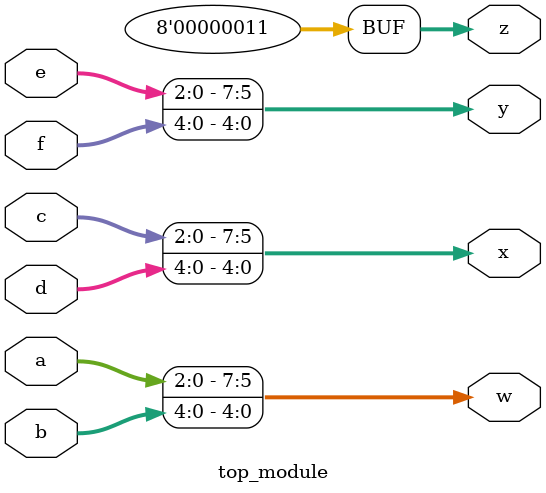
<source format=sv>
module top_module (
	input [4:0] a,
	input [4:0] b,
	input [4:0] c,
	input [4:0] d,
	input [4:0] e,
	input [4:0] f,
	output [7:0] w,
	output [7:0] x,
	output [7:0] y,
	output [7:0] z
);
	
	assign w = {a, b}; // Concatenate input vectors a and b
	assign x = {c, d}; // Concatenate input vectors c and d
	assign y = {e, f}; // Concatenate input vectors e and f
	assign z = {1'b1, 1'b1}; // Output two 1 bits in the LSB positions
	
endmodule

</source>
